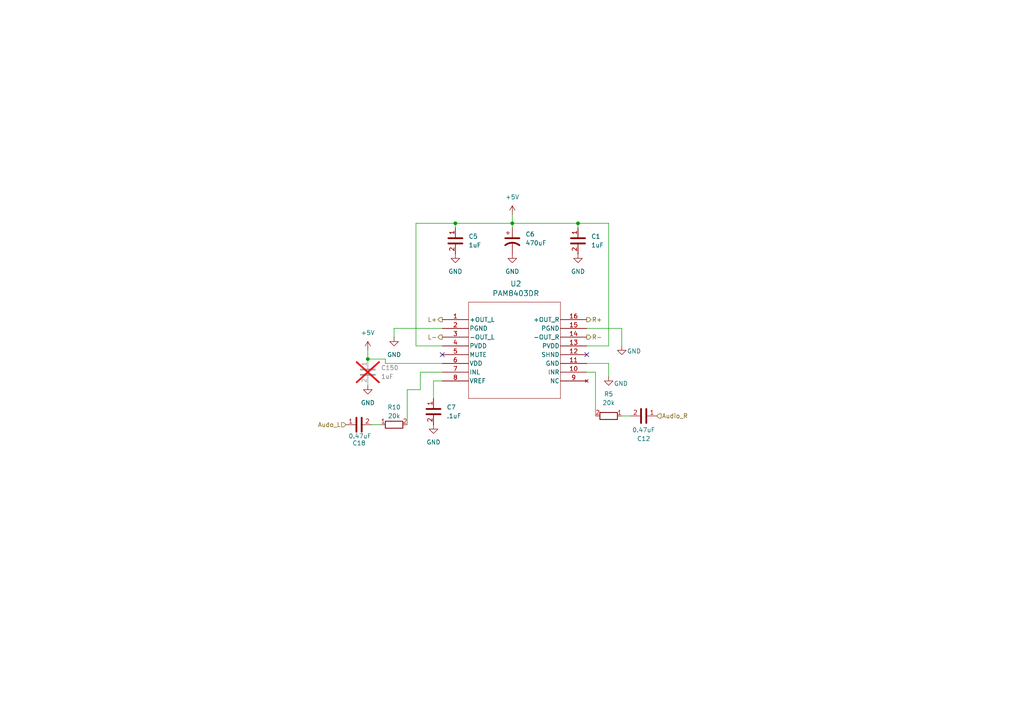
<source format=kicad_sch>
(kicad_sch (version 20231120) (generator "eeschema") (generator_version "8.0")
  (paper "A4")
  (lib_symbols
    (symbol "Device:C_Polarized_US" (pin_numbers hide) (pin_names (offset 0.254) hide)
      (property "Reference" "C" (at 0.635 2.54 0))
      (property "Value" "C_Polarized_US" (at 0.635 -2.54 0))
      (symbol "C_Polarized_US_0_1"
        (polyline (pts (xy -2.032 0.762) (xy 2.032 0.762)) (stroke (width 0.508)))
        (polyline (pts (xy -1.778 2.286) (xy -0.762 2.286)))
        (polyline (pts (xy -1.27 1.778) (xy -1.27 2.794)))
        (arc (start 2.032 -1.27) (mid 0 -0.5572) (end -2.032 -1.27) (stroke (width 0.508)))
      )
      (symbol "C_Polarized_US_1_1"
        (pin passive line (at 0 3.81 270) (length 2.794) (name "~") (number "1"))
        (pin passive line (at 0 -3.81 90) (length 3.302) (name "~") (number "2"))
      )
    )
    (symbol "PVA_board:C"
      (property "Reference" "C" (at 0 0 0))
      (symbol "C_0_1"
        (polyline (pts (xy -0.762 3.048) (xy -0.762 7.112)) (stroke (width 0.508)))
        (polyline (pts (xy 0.762 3.048) (xy 0.762 7.112)) (stroke (width 0.508)))
      )
      (symbol "C_1_1"
        (pin passive line (at -3.81 5.08 0) (length 2.794) (name "~") (number "1"))
        (pin passive line (at 3.81 5.08 180) (length 2.794) (name "~") (number "2"))
      )
    )
    (symbol "PVA_board:PAM8403DR" (pin_names (offset 0.254))
      (property "Reference" "U" (at 21.082 9.652 0))
      (property "Value" "PAM8403DR" (at 21.082 7.112 0))
      (symbol "PAM8403DR_0_1"
        (polyline (pts (xy 7.62 -22.86) (xy 34.29 -22.86)) (stroke (width 0.127)))
        (polyline (pts (xy 7.62 5.08) (xy 7.62 -22.86)) (stroke (width 0.127)))
        (polyline (pts (xy 34.29 -22.86) (xy 34.29 5.08)) (stroke (width 0.127)))
        (polyline (pts (xy 34.29 5.08) (xy 7.62 5.08)) (stroke (width 0.127)))
        (pin output line (at 0 0 0) (length 7.62) (name "+OUT_L") (number "1"))
        (pin unspecified line (at 41.91 -15.24 180) (length 7.62) (name "INR") (number "10"))
        (pin power_out line (at 41.91 -12.7 180) (length 7.62) (name "GND") (number "11"))
        (pin unspecified line (at 41.91 -10.16 180) (length 7.62) (name "SHND") (number "12"))
        (pin power_in line (at 41.91 -7.62 180) (length 7.62) (name "PVDD") (number "13"))
        (pin output line (at 41.91 -5.08 180) (length 7.62) (name "-OUT_R") (number "14"))
        (pin power_out line (at 41.91 -2.54 180) (length 7.62) (name "PGND") (number "15"))
        (pin output line (at 41.91 0 180) (length 7.62) (name "+OUT_R") (number "16"))
        (pin power_out line (at 0 -2.54 0) (length 7.62) (name "PGND") (number "2"))
        (pin output line (at 0 -5.08 0) (length 7.62) (name "-OUT_L") (number "3"))
        (pin power_in line (at 0 -7.62 0) (length 7.62) (name "PVDD") (number "4"))
        (pin unspecified line (at 0 -10.16 0) (length 7.62) (name "MUTE") (number "5"))
        (pin power_in line (at 0 -12.7 0) (length 7.62) (name "VDD") (number "6"))
        (pin unspecified line (at 0 -15.24 0) (length 7.62) (name "INL") (number "7"))
        (pin power_in line (at 0 -17.78 0) (length 7.62) (name "VREF") (number "8"))
        (pin no_connect line (at 41.91 -17.78 180) (length 7.62) (name "NC") (number "9"))
      )
    )
    (symbol "PVA_board:R"
      (property "Reference" "R" (at 0 0 0))
      (symbol "R_0_1"
        (rectangle (start 2.54 1.524) (end -2.54 3.556) (stroke (width 0.254)))
      )
      (symbol "R_1_1"
        (pin passive line (at -3.81 2.54 0) (length 1.27) (name "~") (number "1"))
        (pin passive line (at 3.81 2.54 180) (length 1.27) (name "~") (number "2"))
      )
    )
    (symbol "power:+5V" (power) (pin_numbers hide) (pin_names (offset 0) hide)
      (property "Value" "+5V" (at 0 3.556 0))
      (symbol "+5V_0_1"
        (polyline (pts (xy -0.762 1.27) (xy 0 2.54)))
        (polyline (pts (xy 0 0) (xy 0 2.54)))
        (polyline (pts (xy 0 2.54) (xy 0.762 1.27)))
      )
      (symbol "+5V_1_1"
        (pin power_in line (at 0 0 90) (length 0) (name "~") (number "1"))
      )
    )
    (symbol "power:GND" (power) (pin_numbers hide) (pin_names (offset 0) hide)
      (property "Value" "GND" (at 0 -3.81 0))
      (symbol "GND_0_1"
        (polyline (pts (xy 0 0) (xy 0 -1.27) (xy 1.27 -1.27) (xy 0 -2.54) (xy -1.27 -1.27) (xy 0 -1.27)))
      )
      (symbol "GND_1_1"
        (pin power_in line (at 0 0 270) (length 0) (name "~") (number "1"))
      )
    )
  )
  (junction (at 148.59 64.77))
  (junction (at 132.08 64.77))
  (junction (at 167.64 64.77))
  (junction (at 106.68 104.14))
  (no_connect (at 128.27 102.87))
  (no_connect (at 170.18 102.87))
  (wire (pts (xy 167.64 66.04) (xy 167.64 64.77)))
  (wire (pts (xy 176.53 64.77) (xy 176.53 100.33)))
  (wire (pts (xy 176.53 100.33) (xy 170.18 100.33)))
  (wire (pts (xy 121.92 107.95) (xy 128.27 107.95)))
  (wire (pts (xy 167.64 64.77) (xy 176.53 64.77)))
  (wire (pts (xy 170.18 105.41) (xy 176.53 105.41)))
  (wire (pts (xy 120.65 64.77) (xy 120.65 100.33)))
  (wire (pts (xy 118.11 113.03) (xy 121.92 113.03)))
  (wire (pts (xy 148.59 62.23) (xy 148.59 64.77)))
  (wire (pts (xy 118.11 123.19) (xy 118.11 113.03)))
  (wire (pts (xy 125.73 110.49) (xy 128.27 110.49)))
  (wire (pts (xy 132.08 66.04) (xy 132.08 64.77)))
  (wire (pts (xy 176.53 105.41) (xy 176.53 109.22)))
  (wire (pts (xy 148.59 66.04) (xy 148.59 64.77)))
  (wire (pts (xy 125.73 115.57) (xy 125.73 110.49)))
  (wire (pts (xy 120.65 100.33) (xy 128.27 100.33)))
  (wire (pts (xy 114.3 95.25) (xy 114.3 97.79)))
  (wire (pts (xy 170.18 95.25) (xy 180.34 95.25)))
  (wire (pts (xy 132.08 64.77) (xy 148.59 64.77)))
  (wire (pts (xy 121.92 113.03) (xy 121.92 107.95)))
  (wire (pts (xy 172.72 107.95) (xy 172.72 120.65)))
  (wire (pts (xy 106.68 101.6) (xy 106.68 104.14)))
  (wire (pts (xy 111.76 105.41) (xy 128.27 105.41)))
  (wire (pts (xy 170.18 107.95) (xy 172.72 107.95)))
  (wire (pts (xy 180.34 95.25) (xy 180.34 100.33)))
  (wire (pts (xy 107.95 123.19) (xy 110.49 123.19)))
  (wire (pts (xy 148.59 64.77) (xy 167.64 64.77)))
  (wire (pts (xy 180.34 120.65) (xy 182.88 120.65)))
  (wire (pts (xy 128.27 95.25) (xy 114.3 95.25)))
  (wire (pts (xy 111.76 105.41) (xy 111.76 104.14)))
  (wire (pts (xy 120.65 64.77) (xy 132.08 64.77)))
  (wire (pts (xy 106.68 104.14) (xy 111.76 104.14)))
  (hierarchical_label "Audio_R" (shape input) (at 190.5 120.65 0))
  (hierarchical_label "R+" (shape output) (at 170.18 92.71 0))
  (hierarchical_label "R-" (shape output) (at 170.18 97.79 0))
  (hierarchical_label "L-" (shape output) (at 128.27 97.79 180))
  (hierarchical_label "Audo_L" (shape input) (at 100.33 123.19 180))
  (hierarchical_label "L+" (shape output) (at 128.27 92.71 180))
  (symbol (lib_id "power:GND") (at 167.64 73.66 0) (unit 1)
    (property "Reference" "#PWR037" (effects (hide yes)))
    (property "Value" "GND" (at 167.64 78.74 0))
    (property "Description" "Power symbol creates a global label with name \"GND\" , ground" (effects (hide yes)))
  )
  (symbol (lib_id "PVA_board:C") (at 120.65 119.38 270) (unit 1)
    (property "Reference" "C7" (at 129.54 118.1099 90) (effects (justify left)))
    (property "Value" ".1uF" (at 129.54 120.6499 90) (effects (justify left)))
    (property "Footprint" "PVA_board:C-0805" (effects (hide yes)))
  )
  (symbol (lib_id "PVA_board:C") (at 104.14 128.27 0) (unit 1)
    (property "Reference" "C18" (at 104.14 128.524 0))
    (property "Value" "0.47uF" (at 104.394 126.492 0))
    (property "Footprint" "PVA_board:C-0805" (effects (hide yes)))
  )
  (symbol (lib_id "power:GND") (at 176.53 109.22 0) (unit 1)
    (property "Reference" "#PWR038" (effects (hide yes)))
    (property "Value" "GND" (at 180.086 111.252 0))
    (property "Description" "Power symbol creates a global label with name \"GND\" , ground" (effects (hide yes)))
  )
  (symbol (lib_id "power:GND") (at 114.3 97.79 0) (unit 1)
    (property "Reference" "#PWR0102" (effects (hide yes)))
    (property "Value" "GND" (at 114.3 102.87 0))
    (property "Description" "Power symbol creates a global label with name \"GND\" , ground" (effects (hide yes)))
  )
  (symbol (lib_id "PVA_board:C") (at 127 69.85 270) (unit 1)
    (property "Reference" "C5" (at 135.89 68.5799 90) (effects (justify left)))
    (property "Value" "1uF" (at 135.89 71.1199 90) (effects (justify left)))
    (property "Footprint" "PVA_board:C-0805" (effects (hide yes)))
  )
  (symbol (lib_id "PVA_board:C") (at 162.56 69.85 270) (unit 1)
    (property "Reference" "C1" (at 171.45 68.5799 90) (effects (justify left)))
    (property "Value" "1uF" (at 171.45 71.1199 90) (effects (justify left)))
    (property "Footprint" "PVA_board:C-0805" (effects (hide yes)))
  )
  (symbol (lib_id "power:GND") (at 148.59 73.66 0) (unit 1)
    (property "Reference" "#PWR0105" (effects (hide yes)))
    (property "Value" "GND" (at 148.59 78.74 0))
    (property "Description" "Power symbol creates a global label with name \"GND\" , ground" (effects (hide yes)))
  )
  (symbol (lib_id "power:GND") (at 125.73 123.19 0) (unit 1)
    (property "Reference" "#PWR0101" (effects (hide yes)))
    (property "Value" "GND" (at 125.73 128.27 0))
    (property "Description" "Power symbol creates a global label with name \"GND\" , ground" (effects (hide yes)))
  )
  (symbol (lib_id "power:GND") (at 106.68 111.76 0) (unit 1)
    (property "Reference" "#PWR0103" (effects (hide yes)))
    (property "Value" "GND" (at 106.68 116.84 0))
    (property "Description" "Power symbol creates a global label with name \"GND\" , ground" (effects (hide yes)))
  )
  (symbol (lib_id "power:+5V") (at 106.68 101.6 0) (unit 1)
    (property "Reference" "#PWR030" (effects (hide yes)))
    (property "Value" "+5V" (at 106.68 96.52 0))
    (property "Description" "Power symbol creates a global label with name \"+5V\"" (effects (hide yes)))
  )
  (symbol (lib_id "PVA_board:C") (at 186.69 115.57 180) (unit 1)
    (property "Reference" "C12" (at 186.69 127.254 0))
    (property "Value" "0.47uF" (at 186.69 124.714 0))
    (property "Footprint" "PVA_board:C-0805" (effects (hide yes)))
  )
  (symbol (lib_id "PVA_board:PAM8403DR") (at 128.27 92.71 0) (unit 1)
    (property "Reference" "U2" (at 149.606 82.296 0) (effects (font (size 1.524 1.524))))
    (property "Value" "PAM8403DR" (at 149.606 85.09 0) (effects (font (size 1.524 1.524))))
    (property "Footprint" "PVA_board:SOIC_8403DR_PAM8403-M" (effects (hide yes)))
    (property "Datasheet" "PAM8403DR" (effects (hide yes)))
  )
  (symbol (lib_id "PVA_board:C") (at 101.6 107.95 270) (unit 1) (on_board no) (dnp yes)
    (property "Reference" "C150" (at 110.49 106.6799 90) (effects (justify left)))
    (property "Value" "1uF" (at 110.49 109.2199 90) (effects (justify left)))
    (property "Footprint" "PVA_board:C-0805" (effects (hide yes)))
  )
  (symbol (lib_id "power:GND") (at 132.08 73.66 0) (unit 1)
    (property "Reference" "#PWR0104" (effects (hide yes)))
    (property "Value" "GND" (at 132.08 78.74 0))
    (property "Description" "Power symbol creates a global label with name \"GND\" , ground" (effects (hide yes)))
  )
  (symbol (lib_id "power:GND") (at 180.34 100.33 0) (unit 1)
    (property "Reference" "#PWR0106" (effects (hide yes)))
    (property "Value" "GND" (at 183.896 101.854 0))
    (property "Description" "Power symbol creates a global label with name \"GND\" , ground" (effects (hide yes)))
  )
  (symbol (lib_id "PVA_board:R") (at 176.53 118.11 180) (unit 1)
    (property "Reference" "R5" (at 176.53 114.3 0))
    (property "Value" "20k" (at 176.53 116.84 0))
    (property "Footprint" "PVA_board:R-0805" (effects (hide yes)))
  )
  (symbol (lib_id "power:+5V") (at 148.59 62.23 0) (unit 1)
    (property "Reference" "#PWR0107" (effects (hide yes)))
    (property "Value" "+5V" (at 148.59 57.15 0))
    (property "Description" "Power symbol creates a global label with name \"+5V\"" (effects (hide yes)))
  )
  (symbol (lib_id "Device:C_Polarized_US") (at 148.59 69.85 0) (unit 1)
    (property "Reference" "C6" (at 152.4 67.9449 0) (effects (justify left)))
    (property "Value" "470uF" (at 152.4 70.4849 0) (effects (justify left)))
    (property "Footprint" "PVA_board:CP_Elec_8x10.5" (effects (hide yes)))
    (property "Description" "Polarized capacitor, US symbol" (effects (hide yes)))
  )
  (symbol (lib_id "PVA_board:R") (at 114.3 125.73 0) (unit 1)
    (property "Reference" "R10" (at 114.3 118.11 0))
    (property "Value" "20k" (at 114.3 120.65 0))
    (property "Footprint" "PVA_board:R-0805" (effects (hide yes)))
  )
)
</source>
